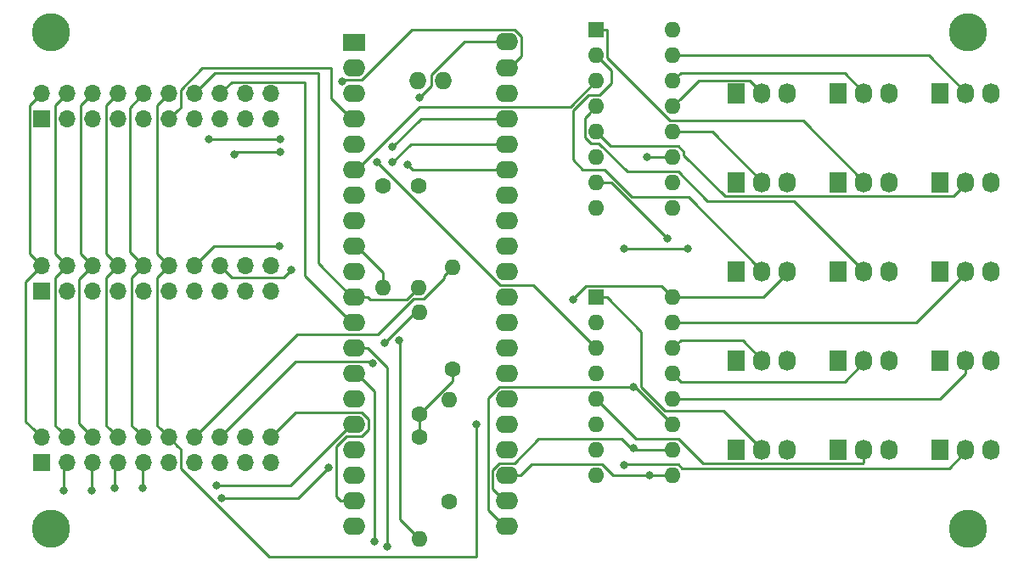
<source format=gbr>
G04 #@! TF.GenerationSoftware,KiCad,Pcbnew,5.1.4-e60b266~84~ubuntu18.04.1*
G04 #@! TF.CreationDate,2019-09-03T19:43:04+02:00*
G04 #@! TF.ProjectId,xfaders,78666164-6572-4732-9e6b-696361645f70,rev?*
G04 #@! TF.SameCoordinates,Original*
G04 #@! TF.FileFunction,Copper,L2,Bot*
G04 #@! TF.FilePolarity,Positive*
%FSLAX46Y46*%
G04 Gerber Fmt 4.6, Leading zero omitted, Abs format (unit mm)*
G04 Created by KiCad (PCBNEW 5.1.4-e60b266~84~ubuntu18.04.1) date 2019-09-03 19:43:04*
%MOMM*%
%LPD*%
G04 APERTURE LIST*
%ADD10C,3.800000*%
%ADD11O,1.600000X1.600000*%
%ADD12C,1.600000*%
%ADD13R,1.730000X2.030000*%
%ADD14O,1.730000X2.030000*%
%ADD15R,2.250000X1.727200*%
%ADD16O,2.250000X1.727200*%
%ADD17O,1.727200X1.727200*%
%ADD18R,1.600000X1.600000*%
%ADD19R,1.700000X1.700000*%
%ADD20O,1.700000X1.700000*%
%ADD21C,0.800000*%
%ADD22C,0.250000*%
G04 APERTURE END LIST*
D10*
X73914000Y-62484000D03*
X73914000Y-112014000D03*
X165354000Y-112014000D03*
X165354000Y-62484000D03*
D11*
X110637320Y-113004600D03*
D12*
X110637320Y-102844600D03*
D11*
X110525560Y-87924640D03*
D12*
X110525560Y-77764640D03*
D11*
X113629440Y-99136200D03*
D12*
X113629440Y-109296200D03*
D11*
X107010200Y-87970360D03*
D12*
X107010200Y-77810360D03*
D11*
X110637320Y-90352880D03*
D12*
X110637320Y-100512880D03*
D11*
X113903760Y-85907880D03*
D12*
X113903760Y-96067880D03*
D13*
X142240000Y-68580000D03*
D14*
X144780000Y-68580000D03*
X147320000Y-68580000D03*
X157480000Y-68580000D03*
X154940000Y-68580000D03*
D13*
X152400000Y-68580000D03*
X162560000Y-68580000D03*
D14*
X165100000Y-68580000D03*
X167640000Y-68580000D03*
X147320000Y-77470000D03*
X144780000Y-77470000D03*
D13*
X142240000Y-77470000D03*
X152400000Y-77470000D03*
D14*
X154940000Y-77470000D03*
X157480000Y-77470000D03*
X167640000Y-77470000D03*
X165100000Y-77470000D03*
D13*
X162560000Y-77470000D03*
X142240000Y-86360000D03*
D14*
X144780000Y-86360000D03*
X147320000Y-86360000D03*
D13*
X152400000Y-86360000D03*
D14*
X154940000Y-86360000D03*
X157480000Y-86360000D03*
X167640000Y-86360000D03*
X165100000Y-86360000D03*
D13*
X162560000Y-86360000D03*
X142240000Y-95250000D03*
D14*
X144780000Y-95250000D03*
X147320000Y-95250000D03*
X157480000Y-95250000D03*
X154940000Y-95250000D03*
D13*
X152400000Y-95250000D03*
X162560000Y-95250000D03*
D14*
X165100000Y-95250000D03*
X167640000Y-95250000D03*
X147320000Y-104140000D03*
X144780000Y-104140000D03*
D13*
X142240000Y-104140000D03*
X152400000Y-104140000D03*
D14*
X154940000Y-104140000D03*
X157480000Y-104140000D03*
X167640000Y-104140000D03*
X165100000Y-104140000D03*
D13*
X162560000Y-104140000D03*
D15*
X104140000Y-63449200D03*
D16*
X104140000Y-65989200D03*
X104140000Y-68529200D03*
X104140000Y-71069200D03*
X104140000Y-73609200D03*
X104140000Y-76149200D03*
X104140000Y-78689200D03*
X104140000Y-81229200D03*
X104140000Y-83769200D03*
X104140000Y-86309200D03*
X104140000Y-88849200D03*
X104140000Y-91389200D03*
X104140000Y-93929200D03*
X104140000Y-96469200D03*
X104140000Y-99009200D03*
X104140000Y-101549200D03*
X104140000Y-104089200D03*
X104140000Y-106629200D03*
X104140000Y-109169200D03*
X104140000Y-111709200D03*
X119380000Y-111709200D03*
X119380000Y-109169200D03*
X119380000Y-106629200D03*
X119380000Y-104089200D03*
X119380000Y-101549200D03*
X119380000Y-99009200D03*
X119380000Y-96469200D03*
X119380000Y-93929200D03*
X119380000Y-91389200D03*
X119380000Y-88849200D03*
X119380000Y-86309200D03*
X119380000Y-83769200D03*
X119380000Y-81229200D03*
X119380000Y-78689200D03*
X119380000Y-76149200D03*
X119380000Y-73609200D03*
X119380000Y-71069200D03*
X119380000Y-68529200D03*
X119380000Y-65989200D03*
X119380000Y-63398400D03*
D17*
X113040000Y-67259200D03*
X110500000Y-67259200D03*
D18*
X128270000Y-88900000D03*
D11*
X135890000Y-106680000D03*
X128270000Y-91440000D03*
X135890000Y-104140000D03*
X128270000Y-93980000D03*
X135890000Y-101600000D03*
X128270000Y-96520000D03*
X135890000Y-99060000D03*
X128270000Y-99060000D03*
X135890000Y-96520000D03*
X128270000Y-101600000D03*
X135890000Y-93980000D03*
X128270000Y-104140000D03*
X135890000Y-91440000D03*
X128270000Y-106680000D03*
X135890000Y-88900000D03*
X135890000Y-62230000D03*
X128270000Y-80010000D03*
X135890000Y-64770000D03*
X128270000Y-77470000D03*
X135890000Y-67310000D03*
X128270000Y-74930000D03*
X135890000Y-69850000D03*
X128270000Y-72390000D03*
X135890000Y-72390000D03*
X128270000Y-69850000D03*
X135890000Y-74930000D03*
X128270000Y-67310000D03*
X135890000Y-77470000D03*
X128270000Y-64770000D03*
X135890000Y-80010000D03*
D18*
X128270000Y-62230000D03*
D19*
X72945001Y-105410000D03*
D20*
X72945001Y-102870000D03*
X75485001Y-105410000D03*
X75485001Y-102870000D03*
X78025001Y-105410000D03*
X78025001Y-102870000D03*
X80565001Y-105410000D03*
X80565001Y-102870000D03*
X83105001Y-105410000D03*
X83105001Y-102870000D03*
X85645001Y-105410000D03*
X85645001Y-102870000D03*
X88185001Y-105410000D03*
X88185001Y-102870000D03*
X90725001Y-105410000D03*
X90725001Y-102870000D03*
X93265001Y-105410000D03*
X93265001Y-102870000D03*
X95805001Y-105410000D03*
X95805001Y-102870000D03*
X95805001Y-85725000D03*
X95805001Y-88265000D03*
X93265001Y-85725000D03*
X93265001Y-88265000D03*
X90725001Y-85725000D03*
X90725001Y-88265000D03*
X88185001Y-85725000D03*
X88185001Y-88265000D03*
X85645001Y-85725000D03*
X85645001Y-88265000D03*
X83105001Y-85725000D03*
X83105001Y-88265000D03*
X80565001Y-85725000D03*
X80565001Y-88265000D03*
X78025001Y-85725000D03*
X78025001Y-88265000D03*
X75485001Y-85725000D03*
X75485001Y-88265000D03*
X72945001Y-85725000D03*
D19*
X72945001Y-88265000D03*
X72945001Y-71120000D03*
D20*
X72945001Y-68580000D03*
X75485001Y-71120000D03*
X75485001Y-68580000D03*
X78025001Y-71120000D03*
X78025001Y-68580000D03*
X80565001Y-71120000D03*
X80565001Y-68580000D03*
X83105001Y-71120000D03*
X83105001Y-68580000D03*
X85645001Y-71120000D03*
X85645001Y-68580000D03*
X88185001Y-71120000D03*
X88185001Y-68580000D03*
X90725001Y-71120000D03*
X90725001Y-68580000D03*
X93265001Y-71120000D03*
X93265001Y-68580000D03*
X95805001Y-71120000D03*
X95805001Y-68580000D03*
D21*
X133350000Y-74930000D03*
X132004846Y-97865154D03*
X131959497Y-103917505D03*
X135382000Y-83058000D03*
X110662720Y-69001640D03*
X125984000Y-89154000D03*
X131064000Y-105664000D03*
X133604000Y-106680000D03*
X106426000Y-75438000D03*
X102977144Y-67376159D03*
X131064000Y-84074000D03*
X137414000Y-84074000D03*
X107442000Y-113792000D03*
X75184000Y-108204000D03*
X106172000Y-113284000D03*
X77978000Y-108204000D03*
X101600000Y-105904200D03*
X90932000Y-108966000D03*
X80264000Y-107950000D03*
X90424000Y-107696000D03*
X83058000Y-107950000D03*
X116332000Y-101600000D03*
X107950000Y-73914000D03*
X96774000Y-73152000D03*
X89662000Y-73152000D03*
X105991247Y-95430753D03*
X107137200Y-93451680D03*
X107950000Y-75438000D03*
X96774000Y-74422000D03*
X92202000Y-74676000D03*
X109474000Y-75692000D03*
X97896680Y-86111080D03*
X96707960Y-83769200D03*
X108645960Y-93157040D03*
D22*
X119118600Y-111709200D02*
X119380000Y-111709200D01*
X117479980Y-98966872D02*
X117479980Y-110070580D01*
X117479980Y-110070580D02*
X119118600Y-111709200D01*
X118626262Y-97820590D02*
X117479980Y-98966872D01*
X132110590Y-97820590D02*
X118626262Y-97820590D01*
X135890000Y-101600000D02*
X132110590Y-97820590D01*
X135890000Y-74930000D02*
X133350000Y-74930000D01*
X119118600Y-109169200D02*
X119380000Y-109169200D01*
X118626262Y-105440590D02*
X117929990Y-106136862D01*
X122537001Y-103014999D02*
X120111410Y-105440590D01*
X117929990Y-107980590D02*
X119118600Y-109169200D01*
X120111410Y-105440590D02*
X118626262Y-105440590D01*
X130758001Y-103014999D02*
X122537001Y-103014999D01*
X131883002Y-104140000D02*
X130758001Y-103014999D01*
X117929990Y-106136862D02*
X117929990Y-107980590D01*
X135890000Y-104140000D02*
X131883002Y-104140000D01*
X136689999Y-69050001D02*
X135890000Y-69850000D01*
X138500001Y-67239999D02*
X136689999Y-69050001D01*
X143589999Y-67239999D02*
X138500001Y-67239999D01*
X144780000Y-68430000D02*
X143589999Y-67239999D01*
X144780000Y-68580000D02*
X144780000Y-68430000D01*
X136689999Y-66510001D02*
X135890000Y-67310000D01*
X153020001Y-66510001D02*
X136689999Y-66510001D01*
X154940000Y-68580000D02*
X154940000Y-68430000D01*
X154940000Y-68430000D02*
X153020001Y-66510001D01*
X137021370Y-64770000D02*
X135890000Y-64770000D01*
X161440000Y-64770000D02*
X137021370Y-64770000D01*
X165100000Y-68430000D02*
X161440000Y-64770000D01*
X165100000Y-68580000D02*
X165100000Y-68430000D01*
X129794000Y-77470000D02*
X128270000Y-77470000D01*
X135382000Y-83058000D02*
X129794000Y-77470000D01*
X115141670Y-63398400D02*
X118005000Y-63398400D01*
X118005000Y-63398400D02*
X119380000Y-63398400D01*
X111851399Y-67812961D02*
X111851399Y-66688671D01*
X111851399Y-66688671D02*
X115141670Y-63398400D01*
X110662720Y-69001640D02*
X111851399Y-67812961D01*
X113903760Y-97246440D02*
X110637320Y-100512880D01*
X113903760Y-96067880D02*
X113903760Y-97246440D01*
X110637320Y-100512880D02*
X110637320Y-102844600D01*
X147320000Y-86510000D02*
X147320000Y-86360000D01*
X144930000Y-88900000D02*
X147320000Y-86510000D01*
X135890000Y-88900000D02*
X144930000Y-88900000D01*
X127209999Y-87774999D02*
X125984000Y-89000998D01*
X135890000Y-88900000D02*
X134764999Y-87774999D01*
X125984000Y-89000998D02*
X125984000Y-89154000D01*
X134764999Y-87774999D02*
X127209999Y-87774999D01*
X137021370Y-72390000D02*
X135890000Y-72390000D01*
X139850000Y-72390000D02*
X137021370Y-72390000D01*
X144780000Y-77320000D02*
X139850000Y-72390000D01*
X144780000Y-77470000D02*
X144780000Y-77320000D01*
X129320000Y-62230000D02*
X128270000Y-62230000D01*
X129395001Y-62305001D02*
X129320000Y-62230000D01*
X129395001Y-65020003D02*
X129395001Y-62305001D01*
X135639997Y-71264999D02*
X129395001Y-65020003D01*
X148884999Y-71264999D02*
X135639997Y-71264999D01*
X154940000Y-77320000D02*
X148884999Y-71264999D01*
X154940000Y-77470000D02*
X154940000Y-77320000D01*
X129684999Y-73804999D02*
X128270000Y-72390000D01*
X136430001Y-73804999D02*
X129684999Y-73804999D01*
X163909999Y-78810001D02*
X141114999Y-78810001D01*
X165100000Y-77470000D02*
X165100000Y-77620000D01*
X165100000Y-77620000D02*
X163909999Y-78810001D01*
X141114999Y-78810001D02*
X137015001Y-74710003D01*
X137015001Y-74710003D02*
X137015001Y-74389999D01*
X137015001Y-74389999D02*
X136430001Y-73804999D01*
X129069999Y-65569999D02*
X128270000Y-64770000D01*
X128633001Y-68724999D02*
X129794000Y-67564000D01*
X127491411Y-68724999D02*
X128633001Y-68724999D01*
X129794000Y-66294000D02*
X129069999Y-65569999D01*
X125984000Y-70232410D02*
X127491411Y-68724999D01*
X125984000Y-75184000D02*
X125984000Y-70232410D01*
X126926997Y-76126997D02*
X125984000Y-75184000D01*
X129087407Y-76126997D02*
X126926997Y-76126997D01*
X131845409Y-78884999D02*
X129087407Y-76126997D01*
X129794000Y-67564000D02*
X129794000Y-66294000D01*
X137454999Y-78884999D02*
X131845409Y-78884999D01*
X144780000Y-86210000D02*
X137454999Y-78884999D01*
X144780000Y-86360000D02*
X144780000Y-86210000D01*
X127144999Y-70975001D02*
X127470001Y-70649999D01*
X127733996Y-73518998D02*
X127144999Y-72930001D01*
X127470001Y-70649999D02*
X128270000Y-69850000D01*
X128524000Y-73518998D02*
X127733996Y-73518998D01*
X131350001Y-76344999D02*
X128524000Y-73518998D01*
X136430001Y-76344999D02*
X131350001Y-76344999D01*
X139345013Y-79260011D02*
X136430001Y-76344999D01*
X147990011Y-79260011D02*
X139345013Y-79260011D01*
X127144999Y-72930001D02*
X127144999Y-70975001D01*
X154940000Y-86210000D02*
X147990011Y-79260011D01*
X154940000Y-86360000D02*
X154940000Y-86210000D01*
X137021370Y-91440000D02*
X135890000Y-91440000D01*
X160170000Y-91440000D02*
X137021370Y-91440000D01*
X165100000Y-86510000D02*
X160170000Y-91440000D01*
X165100000Y-86360000D02*
X165100000Y-86510000D01*
X142860001Y-93180001D02*
X136689999Y-93180001D01*
X136689999Y-93180001D02*
X135890000Y-93980000D01*
X144780000Y-95250000D02*
X144780000Y-95100000D01*
X144780000Y-95100000D02*
X142860001Y-93180001D01*
X136689999Y-97319999D02*
X135890000Y-96520000D01*
X153020001Y-97319999D02*
X136689999Y-97319999D01*
X154940000Y-95400000D02*
X153020001Y-97319999D01*
X154940000Y-95250000D02*
X154940000Y-95400000D01*
X137021370Y-99060000D02*
X135890000Y-99060000D01*
X162555000Y-99060000D02*
X137021370Y-99060000D01*
X165100000Y-96515000D02*
X162555000Y-99060000D01*
X165100000Y-95250000D02*
X165100000Y-96515000D01*
X132729847Y-92309847D02*
X129320000Y-88900000D01*
X129320000Y-88900000D02*
X128270000Y-88900000D01*
X132729847Y-97803437D02*
X132729847Y-92309847D01*
X135111411Y-100185001D02*
X132729847Y-97803437D01*
X140975001Y-100185001D02*
X135111411Y-100185001D01*
X144780000Y-103990000D02*
X140975001Y-100185001D01*
X144780000Y-104140000D02*
X144780000Y-103990000D01*
X129069999Y-99859999D02*
X128270000Y-99060000D01*
X132224999Y-103014999D02*
X129069999Y-99859999D01*
X136430001Y-103014999D02*
X132224999Y-103014999D01*
X154864999Y-105480001D02*
X138895003Y-105480001D01*
X138895003Y-105480001D02*
X136430001Y-103014999D01*
X154940000Y-105405000D02*
X154864999Y-105480001D01*
X154940000Y-104140000D02*
X154940000Y-105405000D01*
X165100000Y-104290000D02*
X163459990Y-105930010D01*
X165100000Y-104140000D02*
X165100000Y-104290000D01*
X131173001Y-105554999D02*
X131064000Y-105664000D01*
X163459990Y-105930010D02*
X136805012Y-105930010D01*
X136805012Y-105930010D02*
X136430001Y-105554999D01*
X136430001Y-105554999D02*
X131173001Y-105554999D01*
X104401400Y-76149200D02*
X104140000Y-76149200D01*
X125699410Y-69880590D02*
X110670010Y-69880590D01*
X110670010Y-69880590D02*
X104401400Y-76149200D01*
X128270000Y-67310000D02*
X125699410Y-69880590D01*
X121829201Y-105554999D02*
X120755000Y-106629200D01*
X128810001Y-105554999D02*
X121829201Y-105554999D01*
X129935002Y-106680000D02*
X128810001Y-105554999D01*
X120755000Y-106629200D02*
X119380000Y-106629200D01*
X135890000Y-106680000D02*
X129935002Y-106680000D01*
X118648590Y-87660590D02*
X106426000Y-75438000D01*
X128270000Y-93980000D02*
X121950590Y-87660590D01*
X121950590Y-87660590D02*
X118648590Y-87660590D01*
X96655000Y-102020001D02*
X95805001Y-102870000D01*
X98314411Y-100360590D02*
X96655000Y-102020001D01*
X104893738Y-100360590D02*
X98314411Y-100360590D01*
X105590010Y-102041538D02*
X105590010Y-101056862D01*
X104893738Y-102737810D02*
X105590010Y-102041538D01*
X105590010Y-101056862D02*
X104893738Y-100360590D01*
X103386262Y-102737810D02*
X104893738Y-102737810D01*
X102325001Y-103799071D02*
X103386262Y-102737810D01*
X102765000Y-109169200D02*
X102325001Y-108729201D01*
X102325001Y-108729201D02*
X102325001Y-103799071D01*
X104140000Y-109169200D02*
X102765000Y-109169200D01*
X103175493Y-67177810D02*
X102977144Y-67376159D01*
X104893738Y-67177810D02*
X103175493Y-67177810D01*
X119641400Y-65989200D02*
X120830010Y-64800590D01*
X119380000Y-65989200D02*
X119641400Y-65989200D01*
X120830010Y-64800590D02*
X120830010Y-62906062D01*
X120830010Y-62906062D02*
X120133738Y-62209790D01*
X120133738Y-62209790D02*
X109861758Y-62209790D01*
X109861758Y-62209790D02*
X104893738Y-67177810D01*
X131064000Y-84074000D02*
X137414000Y-84074000D01*
X72095002Y-84875001D02*
X72945001Y-85725000D01*
X71770000Y-84549999D02*
X72095002Y-84875001D01*
X71770000Y-69755001D02*
X71770000Y-84549999D01*
X72945001Y-68580000D02*
X71770000Y-69755001D01*
X72095002Y-102020001D02*
X72945001Y-102870000D01*
X71374000Y-87296001D02*
X71374000Y-101298999D01*
X71374000Y-101298999D02*
X72095002Y-102020001D01*
X72945001Y-85725000D02*
X71374000Y-87296001D01*
X105515000Y-93929200D02*
X107442000Y-95856200D01*
X104140000Y-93929200D02*
X105515000Y-93929200D01*
X107442000Y-95856200D02*
X107442000Y-113792000D01*
X75184000Y-105711001D02*
X75485001Y-105410000D01*
X75184000Y-108204000D02*
X75184000Y-105711001D01*
X74635002Y-84875001D02*
X75485001Y-85725000D01*
X74310000Y-69755001D02*
X74310000Y-84549999D01*
X74310000Y-84549999D02*
X74635002Y-84875001D01*
X75485001Y-68580000D02*
X74310000Y-69755001D01*
X74635002Y-102020001D02*
X75485001Y-102870000D01*
X74310000Y-101694999D02*
X74635002Y-102020001D01*
X74310000Y-86900001D02*
X74310000Y-101694999D01*
X75485001Y-85725000D02*
X74310000Y-86900001D01*
X106172000Y-98239800D02*
X106172000Y-113284000D01*
X104140000Y-96469200D02*
X104401400Y-96469200D01*
X104401400Y-96469200D02*
X106172000Y-98239800D01*
X77978000Y-105457001D02*
X78025001Y-105410000D01*
X77978000Y-108204000D02*
X77978000Y-105457001D01*
X76850000Y-84549999D02*
X77175002Y-84875001D01*
X77175002Y-84875001D02*
X78025001Y-85725000D01*
X76850000Y-69755001D02*
X76850000Y-84549999D01*
X78025001Y-68580000D02*
X76850000Y-69755001D01*
X77175002Y-102020001D02*
X78025001Y-102870000D01*
X76660002Y-101505001D02*
X77175002Y-102020001D01*
X76660002Y-87089999D02*
X76660002Y-101505001D01*
X78025001Y-85725000D02*
X76660002Y-87089999D01*
X101600000Y-105904200D02*
X98538200Y-108966000D01*
X98538200Y-108966000D02*
X90932000Y-108966000D01*
X80264000Y-105711001D02*
X80565001Y-105410000D01*
X80264000Y-107950000D02*
X80264000Y-105711001D01*
X79715002Y-84875001D02*
X80565001Y-85725000D01*
X79390000Y-84549999D02*
X79715002Y-84875001D01*
X79390000Y-69755001D02*
X79390000Y-84549999D01*
X80565001Y-68580000D02*
X79390000Y-69755001D01*
X79715002Y-102020001D02*
X80565001Y-102870000D01*
X79390000Y-101694999D02*
X79715002Y-102020001D01*
X79390000Y-86900001D02*
X79390000Y-101694999D01*
X80565001Y-85725000D02*
X79390000Y-86900001D01*
X103878600Y-101549200D02*
X97790000Y-107637800D01*
X104140000Y-101549200D02*
X103878600Y-101549200D01*
X97790000Y-107637800D02*
X90482200Y-107637800D01*
X90482200Y-107637800D02*
X90424000Y-107696000D01*
X83058000Y-105457001D02*
X83105001Y-105410000D01*
X83058000Y-107950000D02*
X83058000Y-105457001D01*
X82255002Y-84875001D02*
X83105001Y-85725000D01*
X81740002Y-84360001D02*
X82255002Y-84875001D01*
X81740002Y-69944999D02*
X81740002Y-84360001D01*
X83105001Y-68580000D02*
X81740002Y-69944999D01*
X81930000Y-101694999D02*
X82255002Y-102020001D01*
X82255002Y-102020001D02*
X83105001Y-102870000D01*
X81930000Y-86900001D02*
X81930000Y-101694999D01*
X83105001Y-85725000D02*
X81930000Y-86900001D01*
X103878600Y-71069200D02*
X101854000Y-69044600D01*
X104140000Y-71069200D02*
X103878600Y-71069200D01*
X101854000Y-69044600D02*
X101854000Y-66040000D01*
X88985999Y-66040000D02*
X86820002Y-68205997D01*
X86495000Y-70270001D02*
X85645001Y-71120000D01*
X86820002Y-69944999D02*
X86495000Y-70270001D01*
X86820002Y-68205997D02*
X86820002Y-69944999D01*
X101854000Y-66040000D02*
X88985999Y-66040000D01*
X84795002Y-84875001D02*
X85645001Y-85725000D01*
X84470000Y-84549999D02*
X84795002Y-84875001D01*
X84470000Y-69755001D02*
X84470000Y-84549999D01*
X85645001Y-68580000D02*
X84470000Y-69755001D01*
X84470000Y-101694999D02*
X84795002Y-102020001D01*
X84795002Y-102020001D02*
X85645001Y-102870000D01*
X84470000Y-86900001D02*
X84470000Y-101694999D01*
X85645001Y-85725000D02*
X84470000Y-86900001D01*
X116332000Y-101600000D02*
X116332000Y-114808000D01*
X86495000Y-103719999D02*
X85645001Y-102870000D01*
X95654001Y-114808000D02*
X86820002Y-105974001D01*
X86820002Y-104045001D02*
X86495000Y-103719999D01*
X86820002Y-105974001D02*
X86820002Y-104045001D01*
X116332000Y-114808000D02*
X95654001Y-114808000D01*
X113103761Y-87011441D02*
X113103761Y-86707879D01*
X113103761Y-86707879D02*
X113903760Y-85907880D01*
X111065561Y-89049641D02*
X113103761Y-87011441D01*
X110036969Y-89049641D02*
X111065561Y-89049641D01*
X106508800Y-92577810D02*
X110036969Y-89049641D01*
X98477191Y-92577810D02*
X106508800Y-92577810D01*
X88185001Y-102870000D02*
X98477191Y-92577810D01*
X119380000Y-71069200D02*
X110794800Y-71069200D01*
X110794800Y-71069200D02*
X107950000Y-73914000D01*
X96774000Y-73152000D02*
X89662000Y-73152000D01*
X105841084Y-95280590D02*
X105991247Y-95430753D01*
X90725001Y-102870000D02*
X98314411Y-95280590D01*
X98314411Y-95280590D02*
X105841084Y-95280590D01*
X110236000Y-90352880D02*
X110637320Y-90352880D01*
X107137200Y-93451680D02*
X110236000Y-90352880D01*
X119380000Y-73609200D02*
X109778800Y-73609200D01*
X109778800Y-73609200D02*
X107950000Y-75438000D01*
X96774000Y-74422000D02*
X92456000Y-74422000D01*
X92456000Y-74422000D02*
X92202000Y-74676000D01*
X119380000Y-76149200D02*
X109931200Y-76149200D01*
X109931200Y-76149200D02*
X109474000Y-75692000D01*
X90725001Y-85725000D02*
X91900002Y-86900001D01*
X97107759Y-86900001D02*
X97896680Y-86111080D01*
X91900002Y-86900001D02*
X97107759Y-86900001D01*
X104401400Y-83769200D02*
X104140000Y-83769200D01*
X107010200Y-86378000D02*
X104401400Y-83769200D01*
X107010200Y-87970360D02*
X107010200Y-86378000D01*
X90140801Y-83769200D02*
X88185001Y-85725000D01*
X96707960Y-83769200D02*
X90140801Y-83769200D01*
X90274991Y-66490010D02*
X100526010Y-66490010D01*
X88185001Y-68580000D02*
X90274991Y-66490010D01*
X103878600Y-88849200D02*
X104140000Y-88849200D01*
X100526010Y-85496610D02*
X103878600Y-88849200D01*
X100526010Y-66490010D02*
X100526010Y-85496610D01*
X105515000Y-88849200D02*
X104140000Y-88849200D01*
X105761161Y-89095361D02*
X105515000Y-88849200D01*
X109354839Y-89095361D02*
X105761161Y-89095361D01*
X110525560Y-87924640D02*
X109354839Y-89095361D01*
X91900002Y-67404999D02*
X99219001Y-67404999D01*
X90725001Y-68580000D02*
X91900002Y-67404999D01*
X103878600Y-91389200D02*
X104140000Y-91389200D01*
X99219001Y-86729601D02*
X103878600Y-91389200D01*
X99219001Y-67404999D02*
X99219001Y-86729601D01*
X108688040Y-93199120D02*
X108645960Y-93157040D01*
X110637320Y-113004600D02*
X108688040Y-111055320D01*
X108688040Y-111055320D02*
X108688040Y-93199120D01*
M02*

</source>
